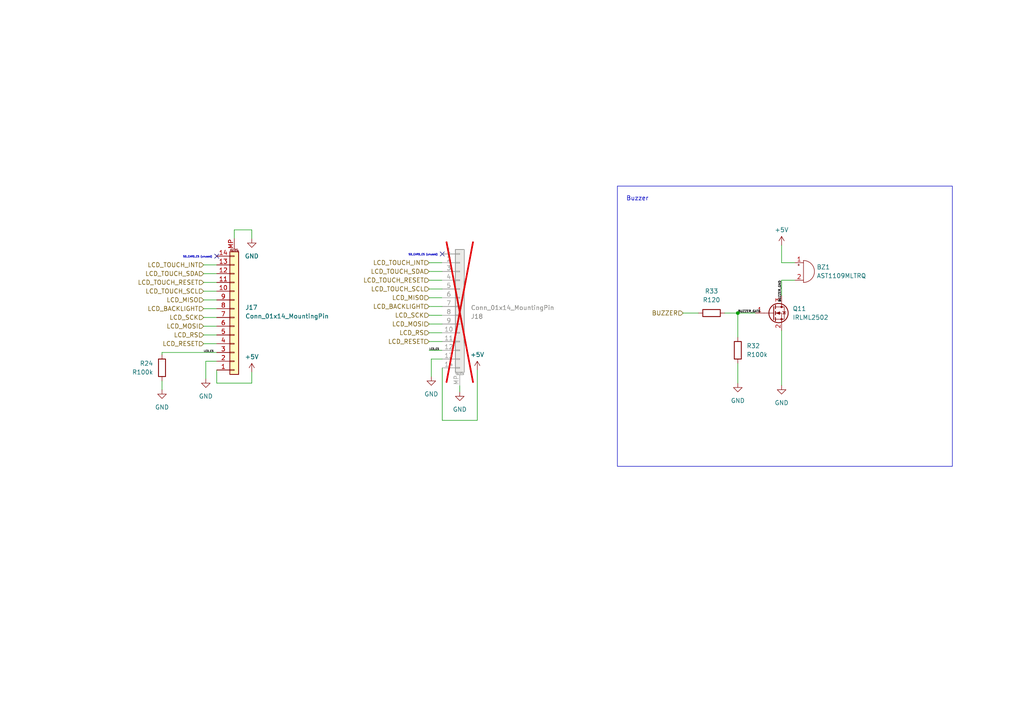
<source format=kicad_sch>
(kicad_sch (version 20230121) (generator eeschema)
  (paper "A4")
  (title_block (title "openautolab - Mainboard") (date "2024-04-03") (rev "1.0"))
  (lib_symbols
    (symbol "Connector_Generic_MountingPin:Conn_01x14_MountingPin" (pin_names (offset 1.016) hide)
      (property "Reference" "J" (at 0 17.78 0))
      (property "Value" "Conn_01x14_MountingPin" (at 1.27 -20.32 0))
      (symbol "Conn_01x14_MountingPin_1_1"
        (rectangle (start -1.27 -17.653) (end 0 -17.907) (stroke (width 0.1524)))
        (rectangle (start -1.27 -15.113) (end 0 -15.367) (stroke (width 0.1524)))
        (rectangle (start -1.27 -12.573) (end 0 -12.827) (stroke (width 0.1524)))
        (rectangle (start -1.27 -10.033) (end 0 -10.287) (stroke (width 0.1524)))
        (rectangle (start -1.27 -7.493) (end 0 -7.747) (stroke (width 0.1524)))
        (rectangle (start -1.27 -4.953) (end 0 -5.207) (stroke (width 0.1524)))
        (rectangle (start -1.27 -2.413) (end 0 -2.667) (stroke (width 0.1524)))
        (rectangle (start -1.27 0.127) (end 0 -0.127) (stroke (width 0.1524)))
        (rectangle (start -1.27 2.667) (end 0 2.413) (stroke (width 0.1524)))
        (rectangle (start -1.27 5.207) (end 0 4.953) (stroke (width 0.1524)))
        (rectangle (start -1.27 7.747) (end 0 7.493) (stroke (width 0.1524)))
        (rectangle (start -1.27 10.287) (end 0 10.033) (stroke (width 0.1524)))
        (rectangle (start -1.27 12.827) (end 0 12.573) (stroke (width 0.1524)))
        (rectangle (start -1.27 15.367) (end 0 15.113) (stroke (width 0.1524)))
        (rectangle (start -1.27 16.51) (end 1.27 -19.05) (stroke (width 0.254)) (fill (type background)))
        (polyline (pts (xy -1.016 -19.812) (xy 1.016 -19.812)) (stroke (width 0.1524)))
        (text "Mounting" (at 0 -19.431 0) (effects (font (size 0.381 0.381))))
        (pin passive line (at -5.08 15.24 0) (length 3.81) (name "Pin_1") (number "1"))
        (pin passive line (at -5.08 -7.62 0) (length 3.81) (name "Pin_10") (number "10"))
        (pin passive line (at -5.08 -10.16 0) (length 3.81) (name "Pin_11") (number "11"))
        (pin passive line (at -5.08 -12.7 0) (length 3.81) (name "Pin_12") (number "12"))
        (pin passive line (at -5.08 -15.24 0) (length 3.81) (name "Pin_13") (number "13"))
        (pin passive line (at -5.08 -17.78 0) (length 3.81) (name "Pin_14") (number "14"))
        (pin passive line (at -5.08 12.7 0) (length 3.81) (name "Pin_2") (number "2"))
        (pin passive line (at -5.08 10.16 0) (length 3.81) (name "Pin_3") (number "3"))
        (pin passive line (at -5.08 7.62 0) (length 3.81) (name "Pin_4") (number "4"))
        (pin passive line (at -5.08 5.08 0) (length 3.81) (name "Pin_5") (number "5"))
        (pin passive line (at -5.08 2.54 0) (length 3.81) (name "Pin_6") (number "6"))
        (pin passive line (at -5.08 0 0) (length 3.81) (name "Pin_7") (number "7"))
        (pin passive line (at -5.08 -2.54 0) (length 3.81) (name "Pin_8") (number "8"))
        (pin passive line (at -5.08 -5.08 0) (length 3.81) (name "Pin_9") (number "9"))
        (pin passive line (at 0 -22.86 90) (length 3.048) (name "MountPin") (number "MP"))
      )
    )
    (symbol "Device:Buzzer" (pin_names (offset 0.0254) hide)
      (property "Reference" "BZ" (at 3.81 1.27 0))
      (property "Value" "Buzzer" (at 3.81 -1.27 0))
      (symbol "Buzzer_0_1"
        (arc (start 0 -3.175) (mid 3.1612 0) (end 0 3.175))
        (polyline (pts (xy -1.651 1.905) (xy -1.143 1.905)))
        (polyline (pts (xy -1.397 2.159) (xy -1.397 1.651)))
        (polyline (pts (xy 0 3.175) (xy 0 -3.175)))
      )
      (symbol "Buzzer_1_1"
        (pin passive line (at -2.54 2.54 0) (length 2.54) (name "+") (number "1"))
        (pin passive line (at -2.54 -2.54 0) (length 2.54) (name "-") (number "2"))
      )
    )
    (symbol "Device:Q_NMOS_GSD" (pin_names (offset 0) hide)
      (property "Reference" "Q" (at 5.08 1.27 0))
      (property "Value" "Q_NMOS_GSD" (at 5.08 -1.27 0))
      (symbol "Q_NMOS_GSD_0_1"
        (polyline (pts (xy 0.254 0) (xy -2.54 0)))
        (polyline (pts (xy 0.254 1.905) (xy 0.254 -1.905)) (stroke (width 0.254)))
        (polyline (pts (xy 0.762 -1.27) (xy 0.762 -2.286)) (stroke (width 0.254)))
        (polyline (pts (xy 0.762 0.508) (xy 0.762 -0.508)) (stroke (width 0.254)))
        (polyline (pts (xy 0.762 2.286) (xy 0.762 1.27)) (stroke (width 0.254)))
        (polyline (pts (xy 2.54 2.54) (xy 2.54 1.778)))
        (polyline (pts (xy 2.54 -2.54) (xy 2.54 0) (xy 0.762 0)))
        (polyline (pts (xy 0.762 -1.778) (xy 3.302 -1.778) (xy 3.302 1.778) (xy 0.762 1.778)))
        (polyline (pts (xy 1.016 0) (xy 2.032 0.381) (xy 2.032 -0.381) (xy 1.016 0)) (fill (type outline)))
        (polyline (pts (xy 2.794 0.508) (xy 2.921 0.381) (xy 3.683 0.381) (xy 3.81 0.254)))
        (polyline (pts (xy 3.302 0.381) (xy 2.921 -0.254) (xy 3.683 -0.254) (xy 3.302 0.381)))
        (circle (center 1.651 0) (radius 2.794) (stroke (width 0.254)))
        (circle (center 2.54 -1.778) (radius 0.254) (fill (type outline)))
        (circle (center 2.54 1.778) (radius 0.254) (fill (type outline)))
      )
      (symbol "Q_NMOS_GSD_1_1"
        (pin input line (at -5.08 0 0) (length 2.54) (name "G") (number "1"))
        (pin passive line (at 2.54 -5.08 90) (length 2.54) (name "S") (number "2"))
        (pin passive line (at 2.54 5.08 270) (length 2.54) (name "D") (number "3"))
      )
    )
    (symbol "Device:R" (pin_numbers hide) (pin_names (offset 0))
      (property "Reference" "R" (at 2.032 0 90))
      (property "Value" "R" (at 0 0 90))
      (symbol "R_0_1"
        (rectangle (start -1.016 -2.54) (end 1.016 2.54) (stroke (width 0.254)))
      )
      (symbol "R_1_1"
        (pin passive line (at 0 3.81 270) (length 1.27) (name "~") (number "1"))
        (pin passive line (at 0 -3.81 90) (length 1.27) (name "~") (number "2"))
      )
    )
    (symbol "power:+5V" (power) (pin_names (offset 0))
      (property "Value" "+5V" (at 0 3.556 0))
      (symbol "+5V_0_1"
        (polyline (pts (xy -0.762 1.27) (xy 0 2.54)))
        (polyline (pts (xy 0 0) (xy 0 2.54)))
        (polyline (pts (xy 0 2.54) (xy 0.762 1.27)))
      )
      (symbol "+5V_1_1"
        (pin power_in line (at 0 0 90) (length 0) hide (name "+5V") (number "1"))
      )
    )
    (symbol "power:GND" (power) (pin_names (offset 0))
      (property "Value" "GND" (at 0 -3.81 0))
      (symbol "GND_0_1"
        (polyline (pts (xy 0 0) (xy 0 -1.27) (xy 1.27 -1.27) (xy 0 -2.54) (xy -1.27 -1.27) (xy 0 -1.27)))
      )
      (symbol "GND_1_1"
        (pin power_in line (at 0 0 270) (length 0) hide (name "GND") (number "1"))
      )
    )
  )
  (junction (at 213.995 90.805))
  (no_connect (at 62.865 74.295))
  (no_connect (at 128.27 73.66))
  (wire (pts (xy 67.945 69.215) (xy 67.945 66.675)))
  (wire (pts (xy 226.695 76.2) (xy 226.695 71.12)))
  (wire (pts (xy 124.46 99.06) (xy 128.27 99.06)))
  (wire (pts (xy 59.055 76.835) (xy 62.865 76.835)))
  (wire (pts (xy 124.46 96.52) (xy 128.27 96.52)))
  (wire (pts (xy 73.025 107.95) (xy 73.025 111.125)))
  (wire (pts (xy 124.46 83.82) (xy 128.27 83.82)))
  (wire (pts (xy 62.865 111.125) (xy 73.025 111.125)))
  (wire (pts (xy 230.505 76.2) (xy 226.695 76.2)))
  (wire (pts (xy 124.46 88.9) (xy 128.27 88.9)))
  (wire (pts (xy 230.505 81.28) (xy 226.695 81.28)))
  (wire (pts (xy 133.35 111.76) (xy 133.35 113.665)))
  (wire (pts (xy 59.055 81.915) (xy 62.865 81.915)))
  (wire (pts (xy 226.695 95.885) (xy 226.695 111.76)))
  (wire (pts (xy 59.055 97.155) (xy 62.865 97.155)))
  (wire (pts (xy 59.055 94.615) (xy 62.865 94.615)))
  (wire (pts (xy 213.995 90.805) (xy 219.075 90.805)))
  (wire (pts (xy 226.695 81.28) (xy 226.695 85.725)))
  (wire (pts (xy 124.46 81.28) (xy 128.27 81.28)))
  (wire (pts (xy 46.99 110.49) (xy 46.99 113.03)))
  (wire (pts (xy 46.99 102.235) (xy 62.865 102.235)))
  (wire (pts (xy 59.055 92.075) (xy 62.865 92.075)))
  (wire (pts (xy 46.99 102.235) (xy 46.99 102.87)))
  (wire (pts (xy 128.27 121.92) (xy 138.43 121.92)))
  (wire (pts (xy 213.995 105.41) (xy 213.995 111.125)))
  (wire (pts (xy 124.46 101.6) (xy 128.27 101.6)))
  (wire (pts (xy 59.055 86.995) (xy 62.865 86.995)))
  (wire (pts (xy 59.055 89.535) (xy 62.865 89.535)))
  (wire (pts (xy 213.995 90.805) (xy 213.995 97.79)))
  (wire (pts (xy 210.185 90.805) (xy 213.995 90.805)))
  (wire (pts (xy 59.055 79.375) (xy 62.865 79.375)))
  (wire (pts (xy 128.27 106.68) (xy 128.27 121.92)))
  (wire (pts (xy 62.865 111.125) (xy 62.865 107.315)))
  (wire (pts (xy 62.865 104.775) (xy 59.69 104.775)))
  (wire (pts (xy 124.46 76.2) (xy 128.27 76.2)))
  (wire (pts (xy 128.27 104.14) (xy 125.095 104.14)))
  (wire (pts (xy 124.46 91.44) (xy 128.27 91.44)))
  (wire (pts (xy 125.095 104.14) (xy 125.095 109.22)))
  (wire (pts (xy 124.46 93.98) (xy 128.27 93.98)))
  (wire (pts (xy 59.69 104.775) (xy 59.69 109.855)))
  (wire (pts (xy 59.055 84.455) (xy 62.865 84.455)))
  (wire (pts (xy 124.46 86.36) (xy 128.27 86.36)))
  (wire (pts (xy 59.055 99.695) (xy 62.865 99.695)))
  (wire (pts (xy 67.945 66.675) (xy 73.025 66.675)))
  (wire (pts (xy 124.46 78.74) (xy 128.27 78.74)))
  (wire (pts (xy 73.025 66.675) (xy 73.025 69.215)))
  (wire (pts (xy 138.43 107.315) (xy 138.43 121.92)))
  (wire (pts (xy 198.12 90.805) (xy 202.565 90.805)))
  (rectangle (start 179.07 53.975) (end 276.225 135.255))
  (text "SD_CARD_CS (unused)" (at 127 74.295 0) (effects (font (size 0.504 0.504)) (justify right bottom)))
  (text "SD_CARD_CS (unused)" (at 61.595 74.93 0) (effects (font (size 0.504 0.504)) (justify right bottom)))
  (text "Buzzer" (at 181.61 58.42 0) (effects (font (size 1.27 1.27)) (justify left bottom)))
  (label "LCD_CS" (at 124.46 101.6 0) (effects (font (size 0.504 0.504))))
  (label "BUZZER_GND" (at 226.695 81.28 270) (effects (font (size 0.635 0.635))))
  (label "BUZZER_GATE" (at 213.995 90.805 0) (effects (font (size 0.635 0.635))))
  (label "LCD_CS" (at 59.055 102.235 0) (effects (font (size 0.504 0.504))))
  (hierarchical_label "LCD_BACKLIGHT" (shape input) (at 59.055 89.535 180))
  (hierarchical_label "LCD_RESET" (shape input) (at 124.46 99.06 180))
  (hierarchical_label "LCD_TOUCH_SCL" (shape input) (at 59.055 84.455 180))
  (hierarchical_label "LCD_TOUCH_SCL" (shape input) (at 124.46 83.82 180))
  (hierarchical_label "LCD_MISO" (shape input) (at 124.46 86.36 180))
  (hierarchical_label "LCD_RS" (shape input) (at 59.055 97.155 180))
  (hierarchical_label "LCD_TOUCH_INT" (shape input) (at 59.055 76.835 180))
  (hierarchical_label "LCD_MOSI" (shape input) (at 124.46 93.98 180))
  (hierarchical_label "LCD_SCK" (shape input) (at 124.46 91.44 180))
  (hierarchical_label "LCD_TOUCH_SDA" (shape input) (at 124.46 78.74 180))
  (hierarchical_label "LCD_MISO" (shape input) (at 59.055 86.995 180))
  (hierarchical_label "LCD_RS" (shape input) (at 124.46 96.52 180))
  (hierarchical_label "LCD_MOSI" (shape input) (at 59.055 94.615 180))
  (hierarchical_label "LCD_TOUCH_RESET" (shape input) (at 124.46 81.28 180))
  (hierarchical_label "LCD_TOUCH_INT" (shape input) (at 124.46 76.2 180))
  (hierarchical_label "LCD_SCK" (shape input) (at 59.055 92.075 180))
  (hierarchical_label "LCD_TOUCH_SDA" (shape input) (at 59.055 79.375 180))
  (hierarchical_label "LCD_TOUCH_RESET" (shape input) (at 59.055 81.915 180))
  (hierarchical_label "LCD_RESET" (shape input) (at 59.055 99.695 180))
  (hierarchical_label "BUZZER" (shape input) (at 198.12 90.805 180))
  (hierarchical_label "LCD_BACKLIGHT" (shape input) (at 124.46 88.9 180))
  (symbol (lib_id "Device:Buzzer") (at 233.045 78.74 0) (unit 1)
    (property "Reference" "BZ1" (at 236.855 77.47 0) (effects (justify left)))
    (property "Value" "AST1109MLTRQ" (at 236.855 80.01 0) (effects (justify left)))
    (property "Footprint" "Buzzer_Beeper:Buzzer_Mallory_AST1109MLTRQ" (effects hide))
    (property "Mouser Part Number" "539-AST1109MLTRQ" (effects hide))
  )
  (symbol (lib_id "Device:R") (at 213.995 101.6 180) (unit 1)
    (property "Reference" "R32" (at 216.535 100.33 0) (effects (justify right)))
    (property "Value" "R100k" (at 216.535 102.87 0) (effects (justify right)))
    (property "Footprint" "Resistor_SMD:R_0805_2012Metric" (effects hide))
    (property "Mouser Part Number" "660-RK73B2ATTD104J" (effects hide))
  )
  (symbol (lib_id "Device:Q_NMOS_GSD") (at 224.155 90.805 0) (unit 1)
    (property "Reference" "Q11" (at 229.87 89.535 0) (effects (justify left)))
    (property "Value" "IRLML2502" (at 229.87 92.075 0) (effects (justify left)))
    (property "Footprint" "Package_TO_SOT_SMD:SOT-23" (effects hide))
    (property "Mouser Part Number" "942-IRLML2502TRPBF" (effects hide))
  )
  (symbol (lib_id "power:GND") (at 213.995 111.125 0) (unit 1)
    (property "Reference" "#PWR082" (effects hide))
    (property "Value" "GND" (at 213.995 116.205 0))
  )
  (symbol (lib_id "power:+5V") (at 138.43 107.315 0) (unit 1)
    (property "Reference" "#PWR056" (effects hide))
    (property "Value" "+5V" (at 138.43 102.87 0))
  )
  (symbol (lib_id "Device:R") (at 46.99 106.68 0) (mirror x) (unit 1)
    (property "Reference" "R24" (at 44.45 105.41 0) (effects (justify right)))
    (property "Value" "R100k" (at 44.45 107.95 0) (effects (justify right)))
    (property "Footprint" "Resistor_SMD:R_0805_2012Metric" (effects hide))
    (property "Mouser Part Number" "660-RK73B2ATTD104J" (effects hide))
  )
  (symbol (lib_id "power:GND") (at 226.695 111.76 0) (unit 1)
    (property "Reference" "#PWR083" (effects hide))
    (property "Value" "GND" (at 226.695 116.84 0))
  )
  (symbol (lib_id "power:GND") (at 59.69 109.855 0) (mirror y) (unit 1)
    (property "Reference" "#PWR099" (effects hide))
    (property "Value" "GND" (at 59.69 114.935 0))
  )
  (symbol (lib_id "Device:R") (at 206.375 90.805 90) (unit 1)
    (property "Reference" "R33" (at 206.375 84.455 90))
    (property "Value" "R120" (at 206.375 86.995 90))
    (property "Footprint" "Resistor_SMD:R_0805_2012Metric" (effects hide))
    (property "Mouser Part Number" "603-AC0805FR-07120RL" (effects hide))
  )
  (symbol (lib_id "power:GND") (at 125.095 109.22 0) (mirror y) (unit 1)
    (property "Reference" "#PWR057" (effects hide))
    (property "Value" "GND" (at 125.095 114.3 0))
  )
  (symbol (lib_id "power:GND") (at 46.99 113.03 0) (mirror y) (unit 1)
    (property "Reference" "#PWR097" (effects hide))
    (property "Value" "GND" (at 46.99 118.11 0))
  )
  (symbol (lib_id "Connector_Generic_MountingPin:Conn_01x14_MountingPin") (at 67.945 92.075 0) (mirror x) (unit 1)
    (property "Reference" "J17" (at 71.12 89.1794 0) (effects (justify left)))
    (property "Value" "Conn_01x14_MountingPin" (at 71.12 91.7194 0) (effects (justify left)))
    (property "Footprint" "project:XF2M-1415-1A" (effects hide))
  )
  (symbol (lib_id "Connector_Generic_MountingPin:Conn_01x14_MountingPin") (at 133.35 88.9 0) (unit 1) (dnp yes)
    (property "Reference" "J18" (at 136.525 91.7956 0) (effects (justify left)))
    (property "Value" "Conn_01x14_MountingPin" (at 136.525 89.2556 0) (effects (justify left)))
    (property "Footprint" "project:XF2M-1415-1A" (effects hide))
  )
  (symbol (lib_id "power:+5V") (at 226.695 71.12 0) (unit 1)
    (property "Reference" "#PWR081" (effects hide))
    (property "Value" "+5V" (at 226.695 66.675 0))
  )
  (symbol (lib_id "power:+5V") (at 73.025 107.95 0) (unit 1)
    (property "Reference" "#PWR096" (effects hide))
    (property "Value" "+5V" (at 73.025 103.505 0))
  )
  (symbol (lib_id "power:GND") (at 73.025 69.215 0) (mirror y) (unit 1)
    (property "Reference" "#PWR018" (effects hide))
    (property "Value" "GND" (at 73.025 74.295 0))
  )
  (symbol (lib_id "power:GND") (at 133.35 113.665 0) (mirror y) (unit 1)
    (property "Reference" "#PWR019" (effects hide))
    (property "Value" "GND" (at 133.35 118.745 0))
  )
)
</source>
